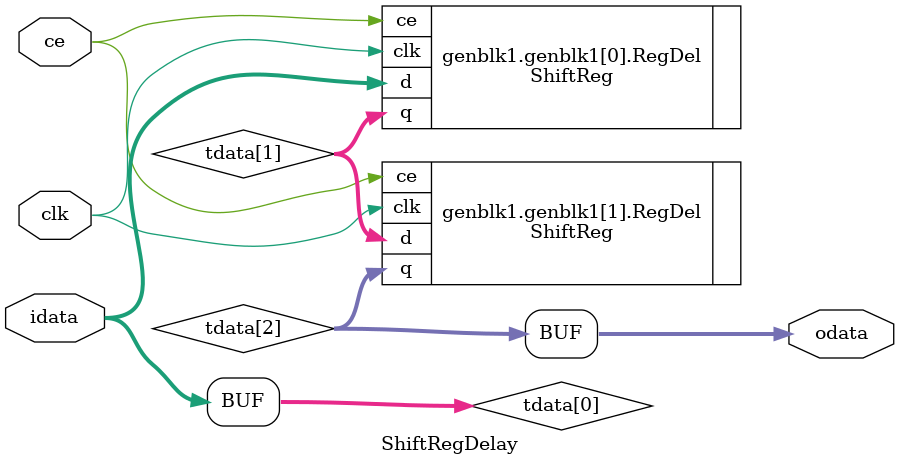
<source format=v>
`timescale 1ns / 1ps



    


module ShiftRegDelay#(
    parameter DELAY = 2, // DELAY tells about number of registers connected in series
    // What is more important, delays is the number of rising edge with which signal
    // from input is seen in output  
    // For DELAY = 3 , signal from input will be in the output together with third rising edge
    // of clock signal 
    parameter N = 12  // DATA BUS WIDTH , 1 bit by default
    ) 

(
    input ce,
    input clk,
    input [ N-1 : 0 ]idata,
    output [ N-1 : 0 ]odata
    );
    
    wire [N-1:0] tdata [DELAY:0];
    
    genvar i;
    
    generate 
    
    if(DELAY==0) 
    begin
        assign odata = idata ;
    end 
    
    else 
    begin 
    
        assign tdata[0] = idata;
        
        for(i=0;i<DELAY;i=i+1) 
        begin
                ShiftReg  # ( .BUS_WIDTH(N) ) RegDel
                ( 
                .d(tdata[i]),
                .q(tdata[i+1]), 
                .clk(clk),
                .ce(ce)
                ); 
        end
        
        assign odata = tdata[DELAY];
    end 
    
    
    
    endgenerate 
    
endmodule

</source>
